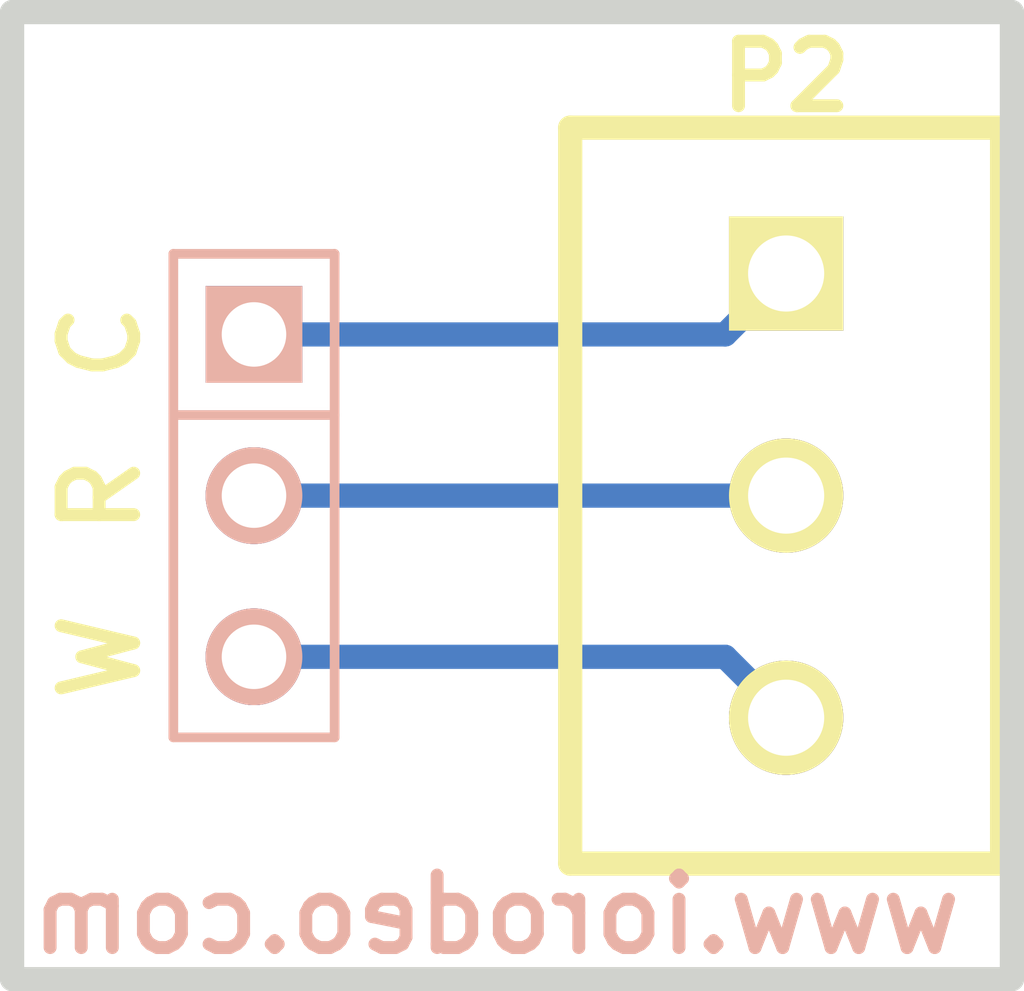
<source format=kicad_pcb>
(kicad_pcb (version 3) (host pcbnew "(2013-jul-07)-stable")

  (general
    (links 3)
    (no_connects 0)
    (area 101.409499 101.409499 120.36044 117.030501)
    (thickness 1.6002)
    (drawings 8)
    (tracks 5)
    (zones 0)
    (modules 2)
    (nets 4)
  )

  (page A4)
  (layers
    (15 Front signal)
    (0 Back signal)
    (16 B.Adhes user)
    (17 F.Adhes user)
    (18 B.Paste user)
    (19 F.Paste user)
    (20 B.SilkS user)
    (21 F.SilkS user)
    (22 B.Mask user)
    (23 F.Mask user)
    (24 Dwgs.User user)
    (25 Cmts.User user)
    (26 Eco1.User user)
    (27 Eco2.User user)
    (28 Edge.Cuts user)
  )

  (setup
    (last_trace_width 0.381)
    (trace_clearance 0.254)
    (zone_clearance 0.508)
    (zone_45_only no)
    (trace_min 0.2032)
    (segment_width 0.381)
    (edge_width 0.381)
    (via_size 0.889)
    (via_drill 0.635)
    (via_min_size 0.889)
    (via_min_drill 0.508)
    (uvia_size 0.508)
    (uvia_drill 0.127)
    (uvias_allowed no)
    (uvia_min_size 0.508)
    (uvia_min_drill 0.127)
    (pcb_text_width 0.3048)
    (pcb_text_size 1.524 2.032)
    (mod_edge_width 0.381)
    (mod_text_size 1.524 1.524)
    (mod_text_width 0.3048)
    (pad_size 2.032 5.08)
    (pad_drill 1.016)
    (pad_to_mask_clearance 0.254)
    (aux_axis_origin 0 0)
    (visible_elements FFFFFFBF)
    (pcbplotparams
      (layerselection 284196865)
      (usegerberextensions true)
      (excludeedgelayer true)
      (linewidth 0.150000)
      (plotframeref false)
      (viasonmask false)
      (mode 1)
      (useauxorigin false)
      (hpglpennumber 1)
      (hpglpenspeed 20)
      (hpglpendiameter 15)
      (hpglpenoverlay 0)
      (psnegative false)
      (psa4output false)
      (plotreference true)
      (plotvalue true)
      (plotothertext true)
      (plotinvisibletext false)
      (padsonsilk false)
      (subtractmaskfromsilk false)
      (outputformat 1)
      (mirror false)
      (drillshape 0)
      (scaleselection 1)
      (outputdirectory gerber_v0.2/))
  )

  (net 0 "")
  (net 1 /counter)
  (net 2 /reference)
  (net 3 /working)

  (net_class Default "This is the default net class."
    (clearance 0.254)
    (trace_width 0.381)
    (via_dia 0.889)
    (via_drill 0.635)
    (uvia_dia 0.508)
    (uvia_drill 0.127)
    (add_net "")
    (add_net /counter)
    (add_net /reference)
    (add_net /working)
  )

  (module PIN_ARRAY_3X1 (layer Back) (tedit 5414A5B7) (tstamp 54149DE1)
    (at 105.41 109.22 270)
    (descr "Connecteur 3 pins")
    (tags "CONN DEV")
    (path /54149505)
    (fp_text reference P1 (at -5.08 0.127 270) (layer B.SilkS) hide
      (effects (font (size 1.016 1.016) (thickness 0.2032)) (justify mirror))
    )
    (fp_text value CONN_3 (at 0 2.159 270) (layer B.SilkS) hide
      (effects (font (size 1.016 1.016) (thickness 0.1524)) (justify mirror))
    )
    (fp_line (start -3.81 -1.27) (end -3.81 1.27) (layer B.SilkS) (width 0.1524))
    (fp_line (start -3.81 1.27) (end 3.81 1.27) (layer B.SilkS) (width 0.1524))
    (fp_line (start 3.81 1.27) (end 3.81 -1.27) (layer B.SilkS) (width 0.1524))
    (fp_line (start 3.81 -1.27) (end -3.81 -1.27) (layer B.SilkS) (width 0.1524))
    (fp_line (start -1.27 1.27) (end -1.27 -1.27) (layer B.SilkS) (width 0.1524))
    (pad 1 thru_hole rect (at -2.54 0 270) (size 1.524 1.524) (drill 1.016)
      (layers *.Cu *.Mask B.SilkS)
      (net 1 /counter)
    )
    (pad 2 thru_hole circle (at 0 0 270) (size 1.524 1.524) (drill 1.016)
      (layers *.Cu *.Mask B.SilkS)
      (net 2 /reference)
    )
    (pad 3 thru_hole circle (at 2.54 0 270) (size 1.524 1.524) (drill 1.016)
      (layers *.Cu *.Mask B.SilkS)
      (net 3 /working)
    )
    (model pin_array/pins_array_3x1.wrl
      (at (xyz 0 0 0))
      (scale (xyz 1 1 1))
      (rotate (xyz 0 0 0))
    )
  )

  (module SCREWTERM3 (layer Front) (tedit 568C4179) (tstamp 568C40A1)
    (at 113.792 109.22 270)
    (path /5414947E)
    (fp_text reference P2 (at -6.604 0 360) (layer F.SilkS)
      (effects (font (size 1.016 1.016) (thickness 0.2032)))
    )
    (fp_text value CONN_3 (at -0.20066 -5.40004 270) (layer F.SilkS) hide
      (effects (font (size 1.524 1.524) (thickness 0.3048)))
    )
    (fp_line (start -5.79882 -3.40106) (end -5.79882 3.40106) (layer F.SilkS) (width 0.381))
    (fp_line (start -5.79882 3.40106) (end 5.79882 3.40106) (layer F.SilkS) (width 0.381))
    (fp_line (start 5.79882 3.40106) (end 5.79882 -3.40106) (layer F.SilkS) (width 0.381))
    (fp_line (start 5.79882 -3.40106) (end -5.79882 -3.40106) (layer F.SilkS) (width 0.381))
    (pad 2 thru_hole circle (at 0 0 270) (size 1.80086 1.80086) (drill 1.19888)
      (layers *.Cu *.Mask F.SilkS)
      (net 2 /reference)
    )
    (pad 1 thru_hole rect (at -3.50012 0 270) (size 1.80086 1.80086) (drill 1.19888)
      (layers *.Cu *.Mask F.SilkS)
      (net 1 /counter)
    )
    (pad 3 thru_hole circle (at 3.50012 0 270) (size 1.80086 1.80086) (drill 1.19888)
      (layers *.Cu *.Mask F.SilkS)
      (net 3 /working)
    )
  )

  (gr_line (start 101.6 116.84) (end 117.348 116.84) (angle 90) (layer Edge.Cuts) (width 0.381))
  (gr_line (start 101.6 101.6) (end 117.348 101.6) (angle 90) (layer Edge.Cuts) (width 0.381))
  (gr_line (start 117.348 101.6) (end 117.348 116.84) (angle 90) (layer Edge.Cuts) (width 0.381))
  (gr_text www.iorodeo.com (at 109.22 115.824) (layer B.SilkS)
    (effects (font (size 1.143 1.143) (thickness 0.2032)) (justify mirror))
  )
  (gr_text W (at 102.997 111.76 90) (layer F.SilkS)
    (effects (font (size 1.143 1.143) (thickness 0.2032)))
  )
  (gr_text R (at 102.997 109.22 90) (layer F.SilkS)
    (effects (font (size 1.143 1.143) (thickness 0.2032)))
  )
  (gr_text C (at 102.997 106.807 90) (layer F.SilkS)
    (effects (font (size 1.143 1.143) (thickness 0.2032)))
  )
  (gr_line (start 101.6 101.6) (end 101.6 116.84) (angle 90) (layer Edge.Cuts) (width 0.381))

  (segment (start 105.41 106.68) (end 112.83188 106.68) (width 0.381) (layer Back) (net 1))
  (segment (start 112.83188 106.68) (end 113.792 105.71988) (width 0.381) (layer Back) (net 1) (tstamp 568C4147))
  (segment (start 105.41 109.22) (end 113.792 109.22) (width 0.381) (layer Back) (net 2))
  (segment (start 105.41 111.76) (end 112.83188 111.76) (width 0.381) (layer Back) (net 3))
  (segment (start 112.83188 111.76) (end 113.792 112.72012) (width 0.381) (layer Back) (net 3) (tstamp 568C414A))

)

</source>
